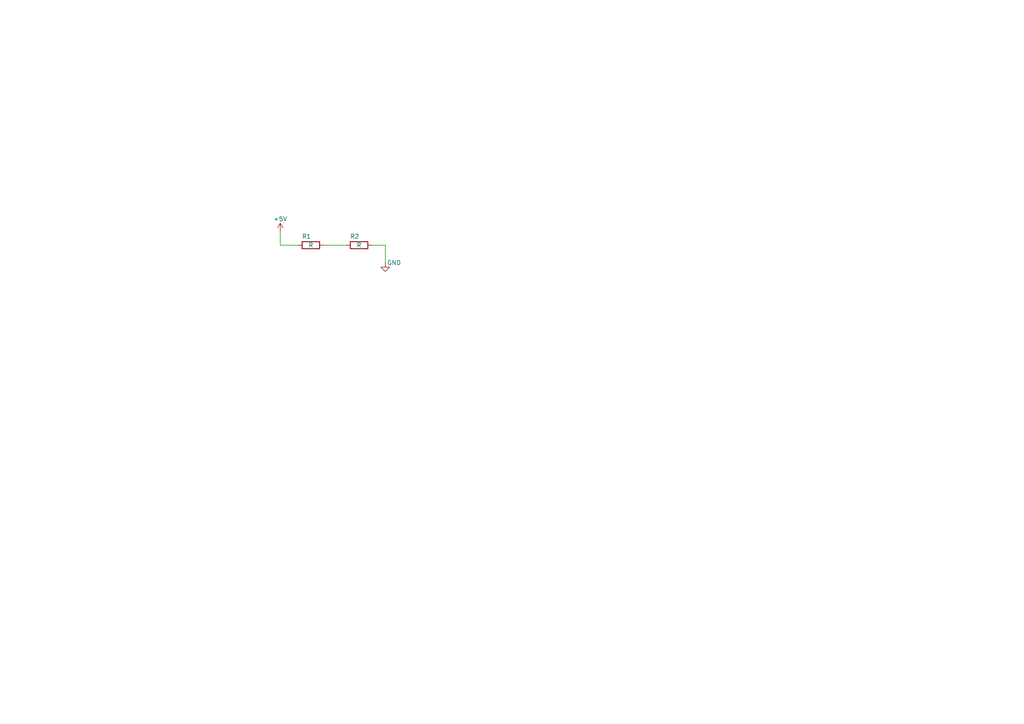
<source format=kicad_sch>
(kicad_sch (version 20210621) (generator eeschema)
  (paper "A4")
  (lib_symbols
    (symbol "Device:R" (pin_numbers hide) (pin_names (offset 0))
      (property "Reference" "R" (at 2.032 0 90))
      (property "Value" "R" (at 0 0 90))
      (symbol "R_0_1"
        (rectangle (start -1.016 -2.54) (end 1.016 2.54) (stroke (width 0.254)))
      )
      (symbol "R_1_1"
        (pin passive line (at 0 3.81 270) (length 1.27) (name "~") (number "1"))
        (pin passive line (at 0 -3.81 90) (length 1.27) (name "~") (number "2"))
      )
    )
    (symbol "power:+5V" (power) (pin_names (offset 0))
      (property "Value" "+5V" (at 0 3.556 0))
      (symbol "+5V_0_1"
        (polyline (pts (xy -0.762 1.27) (xy 0 2.54)))
        (polyline (pts (xy 0 0) (xy 0 2.54)))
        (polyline (pts (xy 0 2.54) (xy 0.762 1.27)))
      )
      (symbol "+5V_1_1"
        (pin power_in line (at 0 0 90) (length 0) hide (name "+5V") (number "1"))
      )
    )
    (symbol "power:GND" (power) (pin_names (offset 0))
      (property "Value" "GND" (at 0 -3.81 0))
      (symbol "GND_0_1"
        (polyline (pts (xy 0 0) (xy 0 -1.27) (xy 1.27 -1.27) (xy 0 -2.54) (xy -1.27 -1.27) (xy 0 -1.27)))
      )
      (symbol "GND_1_1"
        (pin power_in line (at 0 0 270) (length 0) hide (name "GND") (number "1"))
      )
    )
  )
  (wire (pts (xy 111.76 71.12) (xy 111.76 76.2)))
  (wire (pts (xy 107.95 71.12) (xy 111.76 71.12)))
  (wire (pts (xy 81.28 71.12) (xy 86.36 71.12)))
  (wire (pts (xy 81.28 67.31) (xy 81.28 71.12)))
  (wire (pts (xy 93.98 71.12) (xy 100.33 71.12)))
  (symbol (lib_id "power:GND") (at 111.76 76.2 0) (unit 1)
    (property "Reference" "#PWR02" (effects hide))
    (property "Value" "GND" (at 114.3 76.2 0))
  )
  (symbol (lib_id "Device:R") (at 90.17 71.12 90) (unit 1)
    (property "Reference" "R1" (at 88.9 68.58 90))
    (property "Value" "R" (at 90.17 71.12 90))
    (property "Footprint" "Resistor_SMD:R_0402_1005Metric_Pad0.72x0.64mm_HandSolder" (effects hide))
  )
  (symbol (lib_id "power:+5V") (at 81.28 67.31 0) (unit 1)
    (property "Reference" "#PWR01" (effects hide))
    (property "Value" "+5V" (at 81.28 63.5 0))
  )
  (symbol (lib_id "Device:R") (at 104.14 71.12 90) (unit 1)
    (property "Reference" "R2" (at 102.87 68.58 90))
    (property "Value" "R" (at 104.14 71.12 90))
    (property "Footprint" "Resistor_SMD:R_0402_1005Metric_Pad0.72x0.64mm_HandSolder" (effects hide))
  )
)
</source>
